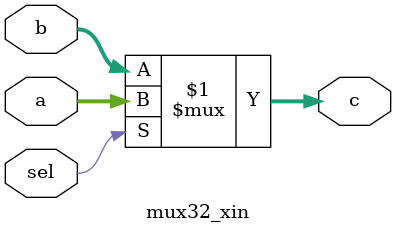
<source format=v>
`timescale 1ns / 1ps
module mux32_xin(
	 input [4:0] a,
    input [4:0] b,
    input sel,
    output [4:0] c
    );
	 assign c = (sel)?a:b;
    


endmodule

</source>
